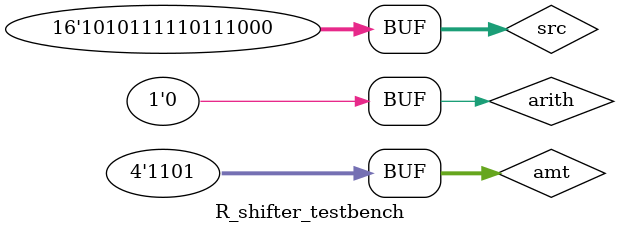
<source format=sv>
module R_shifter_testbench();
reg [15:0]src;  
reg arith;      
reg [3:0]amt;   
wire [15:0]res;

R_shifter rs(.src(src),.amt(amt),.arith(arith),.res(res));

initial begin
#10;
src[15:0]=16'd0;
arith=1'd0;
amt=4'd0;

#10;
src[15:0]=16'b1010_1111_1011_1000;
arith=1'd1;
amt=4'd6;

#10;
src[15:0]=16'b1010_1111_1011_1000;
arith=1'd0;
amt=4'd13;
end


endmodule


 
</source>
